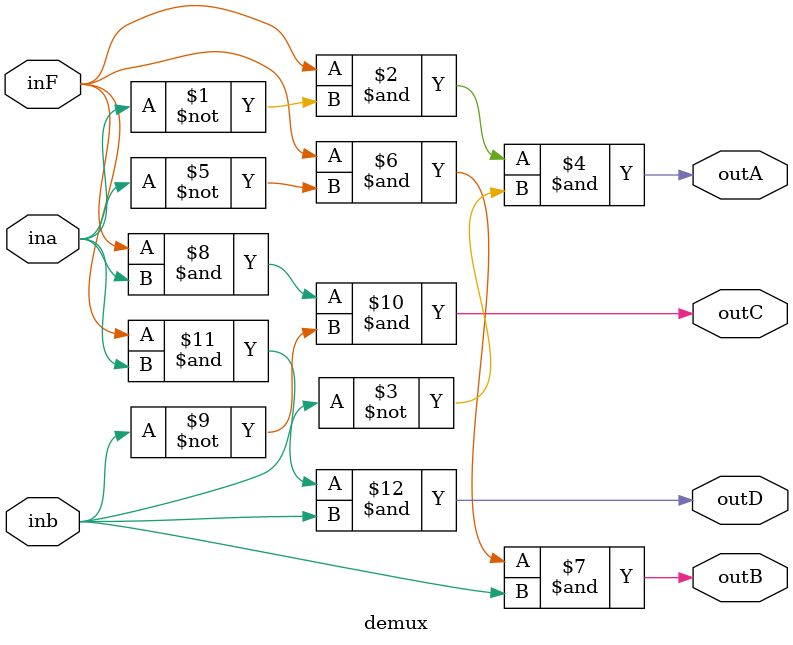
<source format=v>
`timescale 1ns / 1ps

module demux(
input inF,
input ina,
input inb, 
output outA,
output outB,
output outC,
output outD
    );
    
    assign outA = inF & (~ina) & (~inb);
    assign outB = inF & (~ina) & (inb);
    assign outC = inF & (ina) & (~inb);
    assign outD = inF & (ina) & (inb);
endmodule

</source>
